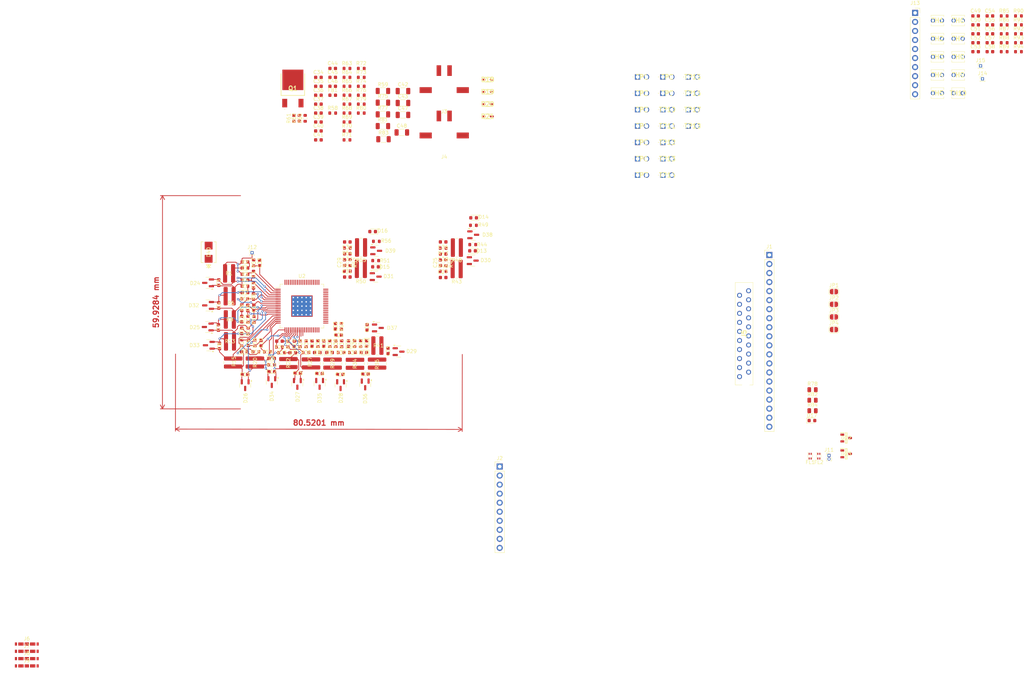
<source format=kicad_pcb>
(kicad_pcb
	(version 20240108)
	(generator "pcbnew")
	(generator_version "8.0")
	(general
		(thickness 1.6)
		(legacy_teardrops no)
	)
	(paper "A4")
	(layers
		(0 "F.Cu" signal)
		(1 "In1.Cu" signal)
		(2 "In2.Cu" signal)
		(31 "B.Cu" signal)
		(32 "B.Adhes" user "B.Adhesive")
		(33 "F.Adhes" user "F.Adhesive")
		(34 "B.Paste" user)
		(35 "F.Paste" user)
		(36 "B.SilkS" user "B.Silkscreen")
		(37 "F.SilkS" user "F.Silkscreen")
		(38 "B.Mask" user)
		(39 "F.Mask" user)
		(40 "Dwgs.User" user "User.Drawings")
		(41 "Cmts.User" user "User.Comments")
		(42 "Eco1.User" user "User.Eco1")
		(43 "Eco2.User" user "User.Eco2")
		(44 "Edge.Cuts" user)
		(45 "Margin" user)
		(46 "B.CrtYd" user "B.Courtyard")
		(47 "F.CrtYd" user "F.Courtyard")
		(48 "B.Fab" user)
		(49 "F.Fab" user)
		(50 "User.1" user)
		(51 "User.2" user)
		(52 "User.3" user)
		(53 "User.4" user)
		(54 "User.5" user)
		(55 "User.6" user)
		(56 "User.7" user)
		(57 "User.8" user)
		(58 "User.9" user)
	)
	(setup
		(stackup
			(layer "F.SilkS"
				(type "Top Silk Screen")
			)
			(layer "F.Paste"
				(type "Top Solder Paste")
			)
			(layer "F.Mask"
				(type "Top Solder Mask")
				(thickness 0.01)
			)
			(layer "F.Cu"
				(type "copper")
				(thickness 0.035)
			)
			(layer "dielectric 1"
				(type "prepreg")
				(thickness 0.1)
				(material "FR4")
				(epsilon_r 4.5)
				(loss_tangent 0.02)
			)
			(layer "In1.Cu"
				(type "copper")
				(thickness 0.035)
			)
			(layer "dielectric 2"
				(type "core")
				(thickness 1.24)
				(material "FR4")
				(epsilon_r 4.5)
				(loss_tangent 0.02)
			)
			(layer "In2.Cu"
				(type "copper")
				(thickness 0.035)
			)
			(layer "dielectric 3"
				(type "prepreg")
				(thickness 0.1)
				(material "FR4")
				(epsilon_r 4.5)
				(loss_tangent 0.02)
			)
			(layer "B.Cu"
				(type "copper")
				(thickness 0.035)
			)
			(layer "B.Mask"
				(type "Bottom Solder Mask")
				(thickness 0.01)
			)
			(layer "B.Paste"
				(type "Bottom Solder Paste")
			)
			(layer "B.SilkS"
				(type "Bottom Silk Screen")
			)
			(copper_finish "None")
			(dielectric_constraints no)
		)
		(pad_to_mask_clearance 0)
		(allow_soldermask_bridges_in_footprints no)
		(pcbplotparams
			(layerselection 0x00010fc_ffffffff)
			(plot_on_all_layers_selection 0x0000000_00000000)
			(disableapertmacros no)
			(usegerberextensions no)
			(usegerberattributes yes)
			(usegerberadvancedattributes yes)
			(creategerberjobfile yes)
			(dashed_line_dash_ratio 12.000000)
			(dashed_line_gap_ratio 3.000000)
			(svgprecision 4)
			(plotframeref no)
			(viasonmask no)
			(mode 1)
			(useauxorigin no)
			(hpglpennumber 1)
			(hpglpenspeed 20)
			(hpglpendiameter 15.000000)
			(pdf_front_fp_property_popups yes)
			(pdf_back_fp_property_popups yes)
			(dxfpolygonmode yes)
			(dxfimperialunits yes)
			(dxfusepcbnewfont yes)
			(psnegative no)
			(psa4output no)
			(plotreference yes)
			(plotvalue yes)
			(plotfptext yes)
			(plotinvisibletext no)
			(sketchpadsonfab no)
			(subtractmaskfromsilk no)
			(outputformat 1)
			(mirror no)
			(drillshape 1)
			(scaleselection 1)
			(outputdirectory "")
		)
	)
	(net 0 "")
	(net 1 "/FilterBalancingNetwork/CB")
	(net 2 "/FilterBalancingNetwork/CB:A")
	(net 3 "/FilterBalancingNetwork/CA")
	(net 4 "/Cell 15{slash}16")
	(net 5 "/FilterBalancingNetwork/SBP")
	(net 6 "/Cell 15{slash}14")
	(net 7 "/FilterBalancingNetwork/SAP")
	(net 8 "/FilterBalancingNetwork1/CB:A")
	(net 9 "/FilterBalancingNetwork1/CB")
	(net 10 "/FilterBalancingNetwork1/CA")
	(net 11 "/Cell 14{slash}13")
	(net 12 "/FilterBalancingNetwork1/SBP")
	(net 13 "/Cell 13{slash}12")
	(net 14 "/FilterBalancingNetwork1/SAP")
	(net 15 "/FilterBalancingNetwork2/CB:A")
	(net 16 "/FilterBalancingNetwork2/CB")
	(net 17 "/FilterBalancingNetwork2/CA")
	(net 18 "/Cell 12{slash}11")
	(net 19 "/FilterBalancingNetwork2/SBP")
	(net 20 "/FilterBalancingNetwork2/SAP")
	(net 21 "/Cell 11{slash}10")
	(net 22 "/FilterBalancingNetwork3/CB:A")
	(net 23 "/FilterBalancingNetwork3/CB")
	(net 24 "/FilterBalancingNetwork3/CA")
	(net 25 "/FilterBalancingNetwork3/SBP")
	(net 26 "/Cell 10{slash}9")
	(net 27 "/FilterBalancingNetwork3/SAP")
	(net 28 "/Cell 9{slash}8")
	(net 29 "/FilterBalancingNetwork4/CB:A")
	(net 30 "/FilterBalancingNetwork4/CB")
	(net 31 "/FilterBalancingNetwork4/CA")
	(net 32 "/FilterBalancingNetwork4/SBP")
	(net 33 "/Cell 8{slash}7")
	(net 34 "/Cell 7{slash}6")
	(net 35 "/FilterBalancingNetwork4/SAP")
	(net 36 "/FilterBalancingNetwork5/CB:A")
	(net 37 "/FilterBalancingNetwork5/CB")
	(net 38 "/FilterBalancingNetwork5/CA")
	(net 39 "/FilterBalancingNetwork5/SBP")
	(net 40 "/Cell 6{slash}5")
	(net 41 "/Cell 5{slash}4")
	(net 42 "/FilterBalancingNetwork5/SAP")
	(net 43 "/FilterBalancingNetwork6/CB")
	(net 44 "/FilterBalancingNetwork6/CB:A")
	(net 45 "/FilterBalancingNetwork6/CA")
	(net 46 "/FilterBalancingNetwork6/SBP")
	(net 47 "/Cell 4{slash}3")
	(net 48 "/Cell 3{slash}2")
	(net 49 "/FilterBalancingNetwork6/SAP")
	(net 50 "/FilterBalancingNetwork7/CB:A")
	(net 51 "/FilterBalancingNetwork7/CB")
	(net 52 "/FilterBalancingNetwork7/CA")
	(net 53 "/FilterBalancingNetwork7/SBP")
	(net 54 "/Cell 2{slash}1")
	(net 55 "GND")
	(net 56 "/FilterBalancingNetwork7/SAP")
	(net 57 "Net-(U2-V+)")
	(net 58 "Net-(U2-VREF1)")
	(net 59 "Net-(U2-VREF2)")
	(net 60 "+5V")
	(net 61 "Net-(Q1-C)")
	(net 62 "Net-(U2-DRIVE)")
	(net 63 "Net-(U2-IPB)")
	(net 64 "Net-(U2-IMB)")
	(net 65 "Net-(C41-Pad2)")
	(net 66 "Net-(J3-Pin_1)")
	(net 67 "Net-(J3-Pin_2)")
	(net 68 "Net-(U2-CSB(IMA))")
	(net 69 "Net-(U2-SCK(IPA))")
	(net 70 "Net-(C46-Pad2)")
	(net 71 "Net-(J4-Pin_1)")
	(net 72 "Clamp")
	(net 73 "Net-(J4-Pin_2)")
	(net 74 "Net-(D1-A)")
	(net 75 "Net-(D2-A)")
	(net 76 "Net-(D3-A)")
	(net 77 "Net-(D4-A)")
	(net 78 "Net-(D5-A)")
	(net 79 "Net-(D6-A)")
	(net 80 "Net-(D7-A)")
	(net 81 "Net-(D8-A)")
	(net 82 "Net-(D9-A)")
	(net 83 "Net-(D10-A)")
	(net 84 "Net-(D11-A)")
	(net 85 "Net-(D12-A)")
	(net 86 "Net-(D13-A)")
	(net 87 "Net-(D14-A)")
	(net 88 "Net-(D15-A)")
	(net 89 "Net-(D16-A)")
	(net 90 "Net-(D17-A)")
	(net 91 "Net-(Q1-E)")
	(net 92 "Net-(Q1-B)")
	(net 93 "VBUS")
	(net 94 "Net-(J2-Pin_1)")
	(net 95 "Net-(U2-GPIO1)")
	(net 96 "Net-(J2-Pin_2)")
	(net 97 "Net-(U2-GPIO2)")
	(net 98 "Net-(U2-GPIO3)")
	(net 99 "Net-(J2-Pin_3)")
	(net 100 "Net-(J2-Pin_4)")
	(net 101 "/TMP_SDA")
	(net 102 "Net-(J2-Pin_5)")
	(net 103 "/TMP_SCL")
	(net 104 "Net-(J2-Pin_6)")
	(net 105 "Net-(U2-GPIO6)")
	(net 106 "Net-(J2-Pin_7)")
	(net 107 "Net-(U2-GPIO7)")
	(net 108 "Net-(U2-GPIO8)")
	(net 109 "Net-(J2-Pin_8)")
	(net 110 "Net-(U2-GPIO9)")
	(net 111 "Net-(J2-Pin_9)")
	(net 112 "Net-(J2-Pin_10)")
	(net 113 "Net-(U2-GPIO10)")
	(net 114 "Net-(D19-A2)")
	(net 115 "Net-(D21-A2)")
	(net 116 "Net-(D18-A2)")
	(net 117 "Net-(D20-A2)")
	(net 118 "unconnected-(U2-NC-Pad66)")
	(net 119 "/NTC/V_out_1")
	(net 120 "/NTC/V_out_5")
	(net 121 "/NTC/V_out_2")
	(net 122 "/NTC/V_out_6")
	(net 123 "/NTC/V_out_3")
	(net 124 "/NTC/V_out_7")
	(net 125 "/NTC/V_out_4")
	(net 126 "/NTC/V_out_8")
	(net 127 "/NTC/V_out_9")
	(net 128 "/NTC/V_out_10")
	(net 129 "Net-(JP4-B)")
	(net 130 "Net-(JP1-B)")
	(net 131 "Net-(JP3-B)")
	(net 132 "Net-(JP2-B)")
	(net 133 "Net-(JP4-A)")
	(net 134 "Net-(JP1-A)")
	(net 135 "Net-(JP2-A)")
	(net 136 "Net-(JP3-A)")
	(footprint "Resistor_SMD:R_0603_1608Metric" (layer "F.Cu") (at 131.85 97))
	(footprint "Resistor_SMD:R_0805_2012Metric" (layer "F.Cu") (at 283.72 103.99))
	(footprint "Capacitor_SMD:C_0603_1608Metric" (layer "F.Cu") (at 148.99 18.73))
	(footprint "Resistor_SMD:R_0603_1608Metric" (layer "F.Cu") (at 155.15 91.03 -90))
	(footprint "Resistor_SMD:R_1020_2550Metric" (layer "F.Cu") (at 183.800001 70.0625 180))
	(footprint "Resistor_SMD:R_0603_1608Metric" (layer "F.Cu") (at 337.535 1.47))
	(footprint "Slave:SMBJ75A-13-F" (layer "F.Cu") (at 114.15 65.35 90))
	(footprint "Slave:5025" (layer "F.Cu") (at 241.7 29.9))
	(footprint "Capacitor_SMD:C_0603_1608Metric" (layer "F.Cu") (at 126.85 81 -90))
	(footprint "Resistor_SMD:R_0603_1608Metric" (layer "F.Cu") (at 125.2 84.2 90))
	(footprint "Resistor_SMD:R_1020_2550Metric" (layer "F.Cu") (at 161.54 91.59 180))
	(footprint "Package_TO_SOT_SMD:SOT-23" (layer "F.Cu") (at 114 80.3 180))
	(footprint "Resistor_SMD:R_0603_1608Metric" (layer "F.Cu") (at 153 13.71))
	(footprint "Slave:5025" (layer "F.Cu") (at 241.7 20.7))
	(footprint "Resistor_SMD:R_0603_1608Metric" (layer "F.Cu") (at 141.55 91.1 90))
	(footprint "Resistor_SMD:R_0603_1608Metric" (layer "F.Cu") (at 337.535 9))
	(footprint "Resistor_SMD:R_0603_1608Metric" (layer "F.Cu") (at 157.01 23.75))
	(footprint "Slave:NTCLE203E3103JB0" (layer "F.Cu") (at 323.341 5.355))
	(footprint "Capacitor_SMD:C_0603_1608Metric" (layer "F.Cu") (at 144.98 26.26))
	(footprint "Package_TO_SOT_SMD:SOT-23" (layer "F.Cu") (at 161.2 64.95))
	(footprint "LED_SMD:LED_0603_1608Metric" (layer "F.Cu") (at 160.2 59.55 180))
	(footprint "Jumper:SolderJumper-2_P1.3mm_Open_RoundedPad1.0x1.5mm" (layer "F.Cu") (at 289.73 83.54))
	(footprint "Resistor_SMD:R_0603_1608Metric" (layer "F.Cu") (at 141.5 93.55))
	(footprint "Slave:NTCLE203E3103JB0" (layer "F.Cu") (at 323.341 0.255))
	(footprint "Resistor_SMD:R_0603_1608Metric" (layer "F.Cu") (at 341.545 6.49))
	(footprint "LED_SMD:LED_0603_1608Metric" (layer "F.Cu") (at 153.43 91.05 90))
	(footprint "Package_TO_SOT_SMD:SOT-23" (layer "F.Cu") (at 114.2 91.5 180))
	(footprint "Capacitor_SMD:C_0603_1608Metric" (layer "F.Cu") (at 125.15 81 -90))
	(footprint "Resistor_SMD:R_0603_1608Metric" (layer "F.Cu") (at 134.65 93.6))
	(footprint "Capacitor_SMD:C_0603_1608Metric" (layer "F.Cu") (at 333.525 6.49))
	(footprint "Resistor_SMD:R_0603_1608Metric" (layer "F.Cu") (at 153 18.73))
	(footprint "Slave:NTCLE203E3103JB0" (layer "F.Cu") (at 323.341 10.455))
	(footprint "Resistor_SMD:R_0603_1608Metric" (layer "F.Cu") (at 153 16.22))
	(footprint "Capacitor_SMD:C_1206_3216Metric" (layer "F.Cu") (at 168.72 26.77))
	(footprint "Resistor_SMD:R_0603_1608Metric" (layer "F.Cu") (at 124.35 74.9))
	(footprint "Capacitor_SMD:C_0603_1608Metric" (layer "F.Cu") (at 144.98 31.28))
	(footprint "Resistor_SMD:R_0603_1608Metric" (layer "F.Cu") (at 188.5 57.8 180))
	(footprint "Capacitor_SMD:C_1206_3216Metric" (layer "F.Cu") (at 168.72 23.42))
	(footprint "Connector_PinHeader_1.00mm:PinHeader_1x01_P1.00mm_Vertical" (layer "F.Cu") (at 330.9 13))
	(footprint "Resistor_SMD:R_0603_1608Metric"
		(layer "F.Cu")
		(uuid "3136ac48-8a54-4313-a996-6536db72b806")
		(at 123.45 80.95 -90)
		(descr "Resistor SMD 0603 (1608 Metric), square (rectangular) end terminal, IPC_7351 nominal, (Body size source: IPC-SM-782 page 72, https://www.pcb-3d.com/wordpress/wp-content/uploads/ipc-sm-782a_amendment_1_and_2.pdf), generated with kicad-footprint-generator")
		(tags "resistor")
		(property "Reference" "R9"
			(at 0 0 90)
			(layer "F.SilkS")
			(uuid "3ee8de21-0540-41d5-9389-d804b634182f")
			(effects
				(font
					(size 1 1)
					(thickness 0.15)
				)
			)
		)
		(property "Value" "120"
			(at 0 1.43 90)
			(layer "F.Fab")
			(hide yes)
			(uuid "ff981a88-fe33-45cf-900c-0920cf7b77ea")
			(effects
				(font
					(size 1 1)
					(thickness 0.15)
				)
			)
		)
		(property "Footprint" "Resistor_SMD:R_0603_1608Metric"
			(at 0 0 -90)
			(unlocked yes)
			(layer "F.Fab")
			(hide yes)
			(uuid "61a41544-da72-44a5-8575-4258aa5a64e5")
			(effects
				(font
					(size 1.27 1.27)
				)
			)
		)
		(property "Datasheet" ""
			(at 0 0 -90)
			(unlocked yes)
			(layer "F.Fab")
			(hide yes)
			(uuid "328ade6e-23c0-4082-a692-c03312a2594c")
			(effects
				(font
					(size 1.27 1.27)
				)
			)
		)
		(property "Description" ""
			(at 0 0 -90)
			(unlocked yes)
			(layer "F.Fab")
			(hide yes)
			(uuid "525e957b-e0bb-492f-981e-e16ee7319e63")
			(effects
				(font
					(size 1.27 1.27)
				)
			)
		)
		(property ki_fp_filters "R_*")
		(path "/f7eff027-6148-4e88-b6c5-cc99fe9ecdf1/126f514e-9c4f-4bfa-97d1-d2b243a20a64")
		(sheetname "FilterBalancingNetwork1")
		(sheetfile "FilterBalance.kicad_sch")
		(attr smd)
		(fp_line
			(start -0.237258 0.5225)
			(end 0.237258 0.5225)
			(stroke
				(width 0.12)
				(type solid)
			)
			(layer "F.SilkS")
			(uuid "388e0b4a-8054-4fbf-aebd-caa03f742ee5")
		)
		(fp_line
			(start -0.237258 -0.5225)
			(end 0.237258 -0.5225)
			(stroke
				(width 0.12)
				(type solid)
			)
			(layer "F.SilkS")
			(uuid "014e802a-2b4f-4b23-a630-8134630a81f9")
		)
		(fp_line
			(start -1.48 0.73)
			(end -1.48 -0.73)
			(stroke
				(width 0.05)
				(type solid)
			)
			(layer "F.CrtYd")
			(uuid "f46258c1-09f3-4396-8eb0-b133b177dc45")
		)
		(fp_line
			(start 1.48 0.73)
			(end -1.48 0.73)
			(stroke
				(width 0.05)
				(type solid)
			)
			(layer "F.CrtYd")
			(uuid "e8c5c887-f00e-4799-b94f-78b5eca8d746")
		)
		(fp_line
			(start -1.48 -0.73)
			(end 1.48 -0.73)
			(stroke
				(width 0.05)
				(type solid)
			)
			(layer "F.CrtYd")
			(uuid "3eb8dd35-fcd8-4aa1-967e-7add15b6e5f2")
		)
		(fp_line
			(start 1.48 -0.73)
			(end 1.48 0.73)
			(stroke
				(width 0.05)
				(type solid)
			)
			(layer "F.CrtYd")
			(uuid "cdfe4521-acab-4cc2-91c1-02a679b77f8b")
		)
		(fp_line
			(start -0.8 0.4125)
			(end -0.8 -0.4125)
			(stroke
				(width 0.1)
				(type solid)
			)
			(layer "F.Fab")
			(uuid "4310381e-47f3-4a8a-8b7f-67814f359695")
		)
		(fp_line
			(start 0.8 0.4125)
			(end -0.8 0.4125)
			(stroke
				(width 0.1)
				
... [1069138 chars truncated]
</source>
